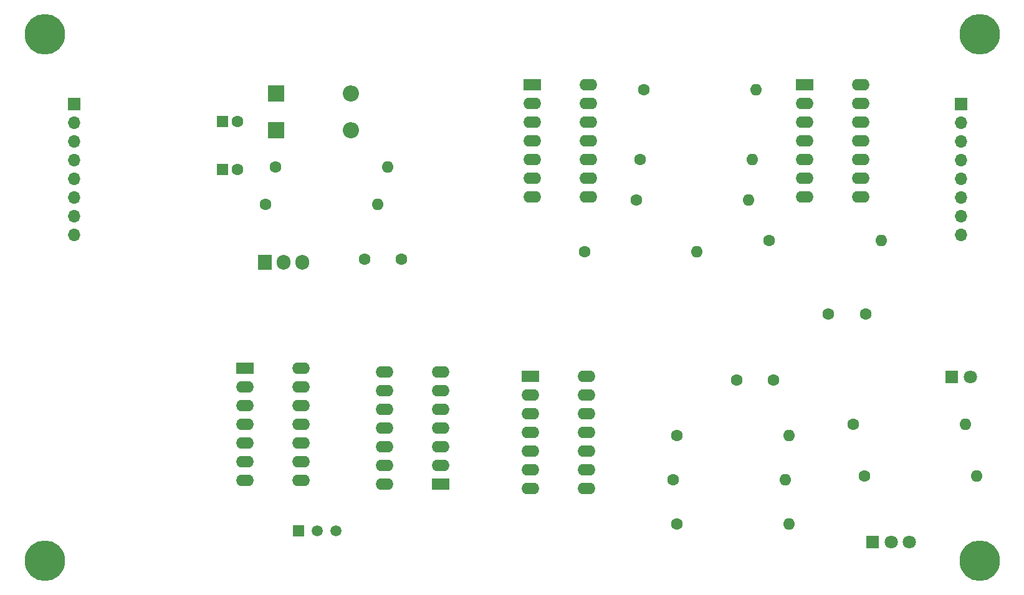
<source format=gbr>
%TF.GenerationSoftware,KiCad,Pcbnew,8.0.4*%
%TF.CreationDate,2025-02-17T12:27:47-05:00*%
%TF.ProjectId,VCO_MauriceO,56434f5f-4d61-4757-9269-63654f2e6b69,rev?*%
%TF.SameCoordinates,Original*%
%TF.FileFunction,Soldermask,Bot*%
%TF.FilePolarity,Negative*%
%FSLAX46Y46*%
G04 Gerber Fmt 4.6, Leading zero omitted, Abs format (unit mm)*
G04 Created by KiCad (PCBNEW 8.0.4) date 2025-02-17 12:27:47*
%MOMM*%
%LPD*%
G01*
G04 APERTURE LIST*
%ADD10R,1.800000X1.800000*%
%ADD11C,1.800000*%
%ADD12C,1.600000*%
%ADD13O,1.600000X1.600000*%
%ADD14R,1.905000X2.000000*%
%ADD15O,1.905000X2.000000*%
%ADD16R,1.700000X1.700000*%
%ADD17O,1.700000X1.700000*%
%ADD18R,1.600000X1.600000*%
%ADD19R,2.400000X1.600000*%
%ADD20O,2.400000X1.600000*%
%ADD21R,1.500000X1.500000*%
%ADD22C,1.500000*%
%ADD23C,3.600000*%
%ADD24C,5.500000*%
%ADD25R,2.200000X2.200000*%
%ADD26O,2.200000X2.200000*%
G04 APERTURE END LIST*
D10*
%TO.C,RV1.5*%
X199000000Y-106000000D03*
D11*
X201500000Y-106000000D03*
X204000000Y-106000000D03*
%TD*%
D12*
%TO.C,R12*%
X197880000Y-97000000D03*
D13*
X213120000Y-97000000D03*
%TD*%
D12*
%TO.C,R11*%
X196380000Y-90000000D03*
D13*
X211620000Y-90000000D03*
%TD*%
D10*
%TO.C,D3*%
X209725000Y-83500000D03*
D11*
X212265000Y-83500000D03*
%TD*%
D12*
%TO.C,C5*%
X193000000Y-75000000D03*
X198000000Y-75000000D03*
%TD*%
D14*
%TO.C,U1*%
X116420000Y-68000000D03*
D15*
X118960000Y-68000000D03*
X121500000Y-68000000D03*
%TD*%
D16*
%TO.C,J2*%
X211000000Y-46500000D03*
D17*
X211000000Y-49040000D03*
X211000000Y-51580000D03*
X211000000Y-54120000D03*
X211000000Y-56660000D03*
X211000000Y-59200000D03*
X211000000Y-61740000D03*
X211000000Y-64280000D03*
%TD*%
D18*
%TO.C,C3*%
X110699775Y-55350000D03*
D12*
X112699775Y-55350000D03*
%TD*%
D19*
%TO.C,U3*%
X152500000Y-83420000D03*
D20*
X152500000Y-85960000D03*
X152500000Y-88500000D03*
X152500000Y-91040000D03*
X152500000Y-93580000D03*
X152500000Y-96120000D03*
X152500000Y-98660000D03*
X160120000Y-98660000D03*
X160120000Y-96120000D03*
X160120000Y-93580000D03*
X160120000Y-91040000D03*
X160120000Y-88500000D03*
X160120000Y-85960000D03*
X160120000Y-83420000D03*
%TD*%
D21*
%TO.C,Q1*%
X120950000Y-104450000D03*
D22*
X123490000Y-104450000D03*
X126030000Y-104450000D03*
%TD*%
D12*
%TO.C,R2*%
X116540000Y-60100000D03*
D13*
X131780000Y-60100000D03*
%TD*%
D12*
%TO.C,C1*%
X130000000Y-67500000D03*
X135000000Y-67500000D03*
%TD*%
%TO.C,R9*%
X184880000Y-65000000D03*
D13*
X200120000Y-65000000D03*
%TD*%
D19*
%TO.C,U2*%
X140300000Y-98125000D03*
D20*
X140300000Y-95585000D03*
X140300000Y-93045000D03*
X140300000Y-90505000D03*
X140300000Y-87965000D03*
X140300000Y-85425000D03*
X140300000Y-82885000D03*
X132680000Y-82885000D03*
X132680000Y-85425000D03*
X132680000Y-87965000D03*
X132680000Y-90505000D03*
X132680000Y-93045000D03*
X132680000Y-95585000D03*
X132680000Y-98125000D03*
%TD*%
D23*
%TO.C,H1*%
X86500000Y-37000000D03*
D24*
X86500000Y-37000000D03*
%TD*%
D23*
%TO.C,H2*%
X86500000Y-108500000D03*
D24*
X86500000Y-108500000D03*
%TD*%
D19*
%TO.C,U5*%
X152700000Y-43875000D03*
D20*
X152700000Y-46415000D03*
X152700000Y-48955000D03*
X152700000Y-51495000D03*
X152700000Y-54035000D03*
X152700000Y-56575000D03*
X152700000Y-59115000D03*
X160320000Y-59115000D03*
X160320000Y-56575000D03*
X160320000Y-54035000D03*
X160320000Y-51495000D03*
X160320000Y-48955000D03*
X160320000Y-46415000D03*
X160320000Y-43875000D03*
%TD*%
D12*
%TO.C,R8*%
X166880000Y-59500000D03*
D13*
X182120000Y-59500000D03*
%TD*%
D23*
%TO.C,H3*%
X213500000Y-37000000D03*
D24*
X213500000Y-37000000D03*
%TD*%
D25*
%TO.C,D2*%
X117920000Y-50000000D03*
D26*
X128080000Y-50000000D03*
%TD*%
D18*
%TO.C,C2*%
X110699775Y-48800000D03*
D12*
X112699775Y-48800000D03*
%TD*%
%TO.C,R4*%
X171880000Y-97500000D03*
D13*
X187120000Y-97500000D03*
%TD*%
D12*
%TO.C,R10*%
X159880000Y-66500000D03*
D13*
X175120000Y-66500000D03*
%TD*%
D19*
%TO.C,U6*%
X189700000Y-43875000D03*
D20*
X189700000Y-46415000D03*
X189700000Y-48955000D03*
X189700000Y-51495000D03*
X189700000Y-54035000D03*
X189700000Y-56575000D03*
X189700000Y-59115000D03*
X197320000Y-59115000D03*
X197320000Y-56575000D03*
X197320000Y-54035000D03*
X197320000Y-51495000D03*
X197320000Y-48955000D03*
X197320000Y-46415000D03*
X197320000Y-43875000D03*
%TD*%
D12*
%TO.C,R5*%
X172380000Y-103500000D03*
D13*
X187620000Y-103500000D03*
%TD*%
D12*
%TO.C,R3*%
X172380000Y-91500000D03*
D13*
X187620000Y-91500000D03*
%TD*%
D25*
%TO.C,D1*%
X117920000Y-45000000D03*
D26*
X128080000Y-45000000D03*
%TD*%
D12*
%TO.C,R7*%
X167380000Y-54000000D03*
D13*
X182620000Y-54000000D03*
%TD*%
D12*
%TO.C,R1*%
X117880000Y-55000000D03*
D13*
X133120000Y-55000000D03*
%TD*%
D19*
%TO.C,U4*%
X113700000Y-82375000D03*
D20*
X113700000Y-84915000D03*
X113700000Y-87455000D03*
X113700000Y-89995000D03*
X113700000Y-92535000D03*
X113700000Y-95075000D03*
X113700000Y-97615000D03*
X121320000Y-97615000D03*
X121320000Y-95075000D03*
X121320000Y-92535000D03*
X121320000Y-89995000D03*
X121320000Y-87455000D03*
X121320000Y-84915000D03*
X121320000Y-82375000D03*
%TD*%
D12*
%TO.C,C4*%
X180500000Y-84000000D03*
X185500000Y-84000000D03*
%TD*%
D16*
%TO.C,J1*%
X90500000Y-46460000D03*
D17*
X90500000Y-49000000D03*
X90500000Y-51540000D03*
X90500000Y-54080000D03*
X90500000Y-56620000D03*
X90500000Y-59160000D03*
X90500000Y-61700000D03*
X90500000Y-64240000D03*
%TD*%
D23*
%TO.C,H4*%
X213500000Y-108500000D03*
D24*
X213500000Y-108500000D03*
%TD*%
D12*
%TO.C,R6*%
X167880000Y-44500000D03*
D13*
X183120000Y-44500000D03*
%TD*%
M02*

</source>
